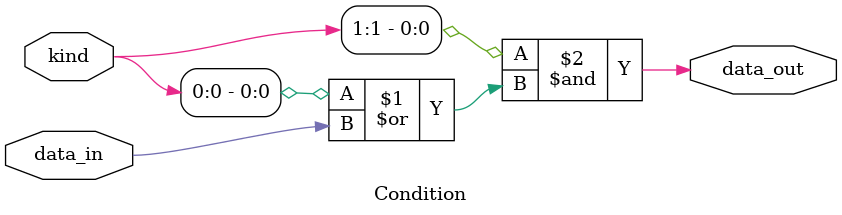
<source format=v>
`timescale 1ns / 1ps
module Condition(
    output data_out,
	 input [1 : 0] kind,
    input data_in
    );

	assign data_out = kind[1]&(kind[0]|data_in);

endmodule

</source>
